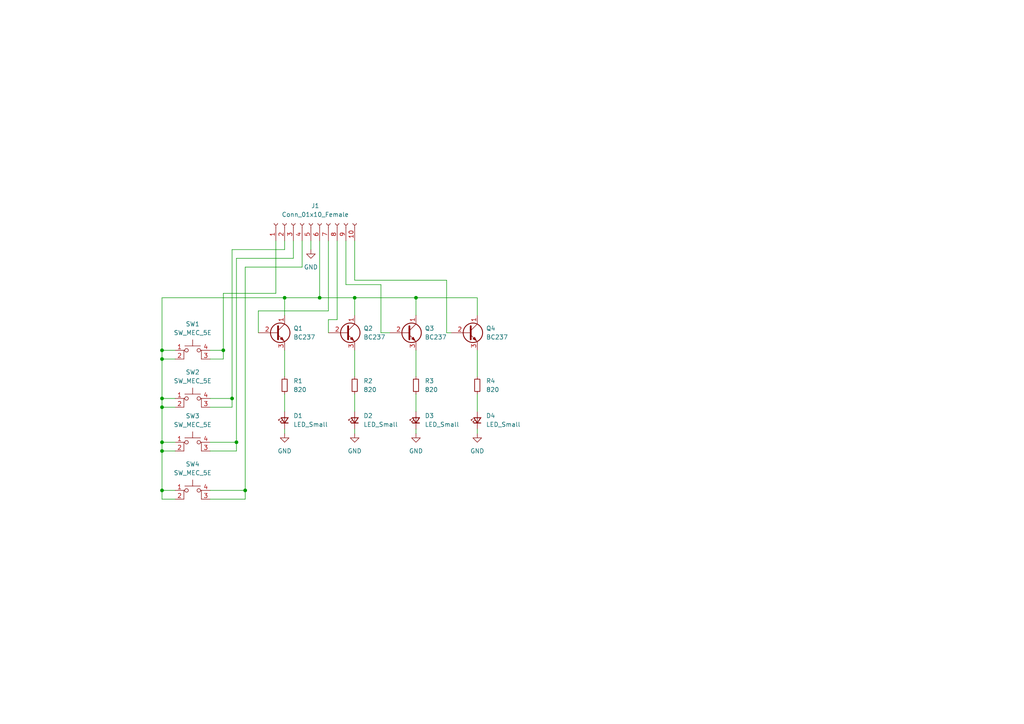
<source format=kicad_sch>
(kicad_sch (version 20211123) (generator eeschema)

  (uuid e63e39d7-6ac0-4ffd-8aa3-1841a4541b55)

  (paper "A4")

  (lib_symbols
    (symbol "Connector:Conn_01x10_Female" (pin_names (offset 1.016) hide) (in_bom yes) (on_board yes)
      (property "Reference" "J" (id 0) (at 0 12.7 0)
        (effects (font (size 1.27 1.27)))
      )
      (property "Value" "Conn_01x10_Female" (id 1) (at 0 -15.24 0)
        (effects (font (size 1.27 1.27)))
      )
      (property "Footprint" "" (id 2) (at 0 0 0)
        (effects (font (size 1.27 1.27)) hide)
      )
      (property "Datasheet" "~" (id 3) (at 0 0 0)
        (effects (font (size 1.27 1.27)) hide)
      )
      (property "ki_keywords" "connector" (id 4) (at 0 0 0)
        (effects (font (size 1.27 1.27)) hide)
      )
      (property "ki_description" "Generic connector, single row, 01x10, script generated (kicad-library-utils/schlib/autogen/connector/)" (id 5) (at 0 0 0)
        (effects (font (size 1.27 1.27)) hide)
      )
      (property "ki_fp_filters" "Connector*:*_1x??_*" (id 6) (at 0 0 0)
        (effects (font (size 1.27 1.27)) hide)
      )
      (symbol "Conn_01x10_Female_1_1"
        (arc (start 0 -12.192) (mid -0.508 -12.7) (end 0 -13.208)
          (stroke (width 0.1524) (type default) (color 0 0 0 0))
          (fill (type none))
        )
        (arc (start 0 -9.652) (mid -0.508 -10.16) (end 0 -10.668)
          (stroke (width 0.1524) (type default) (color 0 0 0 0))
          (fill (type none))
        )
        (arc (start 0 -7.112) (mid -0.508 -7.62) (end 0 -8.128)
          (stroke (width 0.1524) (type default) (color 0 0 0 0))
          (fill (type none))
        )
        (arc (start 0 -4.572) (mid -0.508 -5.08) (end 0 -5.588)
          (stroke (width 0.1524) (type default) (color 0 0 0 0))
          (fill (type none))
        )
        (arc (start 0 -2.032) (mid -0.508 -2.54) (end 0 -3.048)
          (stroke (width 0.1524) (type default) (color 0 0 0 0))
          (fill (type none))
        )
        (polyline
          (pts
            (xy -1.27 -12.7)
            (xy -0.508 -12.7)
          )
          (stroke (width 0.1524) (type default) (color 0 0 0 0))
          (fill (type none))
        )
        (polyline
          (pts
            (xy -1.27 -10.16)
            (xy -0.508 -10.16)
          )
          (stroke (width 0.1524) (type default) (color 0 0 0 0))
          (fill (type none))
        )
        (polyline
          (pts
            (xy -1.27 -7.62)
            (xy -0.508 -7.62)
          )
          (stroke (width 0.1524) (type default) (color 0 0 0 0))
          (fill (type none))
        )
        (polyline
          (pts
            (xy -1.27 -5.08)
            (xy -0.508 -5.08)
          )
          (stroke (width 0.1524) (type default) (color 0 0 0 0))
          (fill (type none))
        )
        (polyline
          (pts
            (xy -1.27 -2.54)
            (xy -0.508 -2.54)
          )
          (stroke (width 0.1524) (type default) (color 0 0 0 0))
          (fill (type none))
        )
        (polyline
          (pts
            (xy -1.27 0)
            (xy -0.508 0)
          )
          (stroke (width 0.1524) (type default) (color 0 0 0 0))
          (fill (type none))
        )
        (polyline
          (pts
            (xy -1.27 2.54)
            (xy -0.508 2.54)
          )
          (stroke (width 0.1524) (type default) (color 0 0 0 0))
          (fill (type none))
        )
        (polyline
          (pts
            (xy -1.27 5.08)
            (xy -0.508 5.08)
          )
          (stroke (width 0.1524) (type default) (color 0 0 0 0))
          (fill (type none))
        )
        (polyline
          (pts
            (xy -1.27 7.62)
            (xy -0.508 7.62)
          )
          (stroke (width 0.1524) (type default) (color 0 0 0 0))
          (fill (type none))
        )
        (polyline
          (pts
            (xy -1.27 10.16)
            (xy -0.508 10.16)
          )
          (stroke (width 0.1524) (type default) (color 0 0 0 0))
          (fill (type none))
        )
        (arc (start 0 0.508) (mid -0.508 0) (end 0 -0.508)
          (stroke (width 0.1524) (type default) (color 0 0 0 0))
          (fill (type none))
        )
        (arc (start 0 3.048) (mid -0.508 2.54) (end 0 2.032)
          (stroke (width 0.1524) (type default) (color 0 0 0 0))
          (fill (type none))
        )
        (arc (start 0 5.588) (mid -0.508 5.08) (end 0 4.572)
          (stroke (width 0.1524) (type default) (color 0 0 0 0))
          (fill (type none))
        )
        (arc (start 0 8.128) (mid -0.508 7.62) (end 0 7.112)
          (stroke (width 0.1524) (type default) (color 0 0 0 0))
          (fill (type none))
        )
        (arc (start 0 10.668) (mid -0.508 10.16) (end 0 9.652)
          (stroke (width 0.1524) (type default) (color 0 0 0 0))
          (fill (type none))
        )
        (pin passive line (at -5.08 10.16 0) (length 3.81)
          (name "Pin_1" (effects (font (size 1.27 1.27))))
          (number "1" (effects (font (size 1.27 1.27))))
        )
        (pin passive line (at -5.08 -12.7 0) (length 3.81)
          (name "Pin_10" (effects (font (size 1.27 1.27))))
          (number "10" (effects (font (size 1.27 1.27))))
        )
        (pin passive line (at -5.08 7.62 0) (length 3.81)
          (name "Pin_2" (effects (font (size 1.27 1.27))))
          (number "2" (effects (font (size 1.27 1.27))))
        )
        (pin passive line (at -5.08 5.08 0) (length 3.81)
          (name "Pin_3" (effects (font (size 1.27 1.27))))
          (number "3" (effects (font (size 1.27 1.27))))
        )
        (pin passive line (at -5.08 2.54 0) (length 3.81)
          (name "Pin_4" (effects (font (size 1.27 1.27))))
          (number "4" (effects (font (size 1.27 1.27))))
        )
        (pin passive line (at -5.08 0 0) (length 3.81)
          (name "Pin_5" (effects (font (size 1.27 1.27))))
          (number "5" (effects (font (size 1.27 1.27))))
        )
        (pin passive line (at -5.08 -2.54 0) (length 3.81)
          (name "Pin_6" (effects (font (size 1.27 1.27))))
          (number "6" (effects (font (size 1.27 1.27))))
        )
        (pin passive line (at -5.08 -5.08 0) (length 3.81)
          (name "Pin_7" (effects (font (size 1.27 1.27))))
          (number "7" (effects (font (size 1.27 1.27))))
        )
        (pin passive line (at -5.08 -7.62 0) (length 3.81)
          (name "Pin_8" (effects (font (size 1.27 1.27))))
          (number "8" (effects (font (size 1.27 1.27))))
        )
        (pin passive line (at -5.08 -10.16 0) (length 3.81)
          (name "Pin_9" (effects (font (size 1.27 1.27))))
          (number "9" (effects (font (size 1.27 1.27))))
        )
      )
    )
    (symbol "Device:LED_Small" (pin_numbers hide) (pin_names (offset 0.254) hide) (in_bom yes) (on_board yes)
      (property "Reference" "D" (id 0) (at -1.27 3.175 0)
        (effects (font (size 1.27 1.27)) (justify left))
      )
      (property "Value" "LED_Small" (id 1) (at -4.445 -2.54 0)
        (effects (font (size 1.27 1.27)) (justify left))
      )
      (property "Footprint" "" (id 2) (at 0 0 90)
        (effects (font (size 1.27 1.27)) hide)
      )
      (property "Datasheet" "~" (id 3) (at 0 0 90)
        (effects (font (size 1.27 1.27)) hide)
      )
      (property "ki_keywords" "LED diode light-emitting-diode" (id 4) (at 0 0 0)
        (effects (font (size 1.27 1.27)) hide)
      )
      (property "ki_description" "Light emitting diode, small symbol" (id 5) (at 0 0 0)
        (effects (font (size 1.27 1.27)) hide)
      )
      (property "ki_fp_filters" "LED* LED_SMD:* LED_THT:*" (id 6) (at 0 0 0)
        (effects (font (size 1.27 1.27)) hide)
      )
      (symbol "LED_Small_0_1"
        (polyline
          (pts
            (xy -0.762 -1.016)
            (xy -0.762 1.016)
          )
          (stroke (width 0.254) (type default) (color 0 0 0 0))
          (fill (type none))
        )
        (polyline
          (pts
            (xy 1.016 0)
            (xy -0.762 0)
          )
          (stroke (width 0) (type default) (color 0 0 0 0))
          (fill (type none))
        )
        (polyline
          (pts
            (xy 0.762 -1.016)
            (xy -0.762 0)
            (xy 0.762 1.016)
            (xy 0.762 -1.016)
          )
          (stroke (width 0.254) (type default) (color 0 0 0 0))
          (fill (type none))
        )
        (polyline
          (pts
            (xy 0 0.762)
            (xy -0.508 1.27)
            (xy -0.254 1.27)
            (xy -0.508 1.27)
            (xy -0.508 1.016)
          )
          (stroke (width 0) (type default) (color 0 0 0 0))
          (fill (type none))
        )
        (polyline
          (pts
            (xy 0.508 1.27)
            (xy 0 1.778)
            (xy 0.254 1.778)
            (xy 0 1.778)
            (xy 0 1.524)
          )
          (stroke (width 0) (type default) (color 0 0 0 0))
          (fill (type none))
        )
      )
      (symbol "LED_Small_1_1"
        (pin passive line (at -2.54 0 0) (length 1.778)
          (name "K" (effects (font (size 1.27 1.27))))
          (number "1" (effects (font (size 1.27 1.27))))
        )
        (pin passive line (at 2.54 0 180) (length 1.778)
          (name "A" (effects (font (size 1.27 1.27))))
          (number "2" (effects (font (size 1.27 1.27))))
        )
      )
    )
    (symbol "Device:R_Small" (pin_numbers hide) (pin_names (offset 0.254) hide) (in_bom yes) (on_board yes)
      (property "Reference" "R" (id 0) (at 0.762 0.508 0)
        (effects (font (size 1.27 1.27)) (justify left))
      )
      (property "Value" "R_Small" (id 1) (at 0.762 -1.016 0)
        (effects (font (size 1.27 1.27)) (justify left))
      )
      (property "Footprint" "" (id 2) (at 0 0 0)
        (effects (font (size 1.27 1.27)) hide)
      )
      (property "Datasheet" "~" (id 3) (at 0 0 0)
        (effects (font (size 1.27 1.27)) hide)
      )
      (property "ki_keywords" "R resistor" (id 4) (at 0 0 0)
        (effects (font (size 1.27 1.27)) hide)
      )
      (property "ki_description" "Resistor, small symbol" (id 5) (at 0 0 0)
        (effects (font (size 1.27 1.27)) hide)
      )
      (property "ki_fp_filters" "R_*" (id 6) (at 0 0 0)
        (effects (font (size 1.27 1.27)) hide)
      )
      (symbol "R_Small_0_1"
        (rectangle (start -0.762 1.778) (end 0.762 -1.778)
          (stroke (width 0.2032) (type default) (color 0 0 0 0))
          (fill (type none))
        )
      )
      (symbol "R_Small_1_1"
        (pin passive line (at 0 2.54 270) (length 0.762)
          (name "~" (effects (font (size 1.27 1.27))))
          (number "1" (effects (font (size 1.27 1.27))))
        )
        (pin passive line (at 0 -2.54 90) (length 0.762)
          (name "~" (effects (font (size 1.27 1.27))))
          (number "2" (effects (font (size 1.27 1.27))))
        )
      )
    )
    (symbol "Switch:SW_MEC_5E" (pin_names (offset 1.016) hide) (in_bom yes) (on_board yes)
      (property "Reference" "SW" (id 0) (at 0.635 5.715 0)
        (effects (font (size 1.27 1.27)) (justify left))
      )
      (property "Value" "SW_MEC_5E" (id 1) (at 0 -3.175 0)
        (effects (font (size 1.27 1.27)))
      )
      (property "Footprint" "" (id 2) (at 0 7.62 0)
        (effects (font (size 1.27 1.27)) hide)
      )
      (property "Datasheet" "http://www.apem.com/int/index.php?controller=attachment&id_attachment=1371" (id 3) (at 0 7.62 0)
        (effects (font (size 1.27 1.27)) hide)
      )
      (property "ki_keywords" "switch normally-open pushbutton push-button" (id 4) (at 0 0 0)
        (effects (font (size 1.27 1.27)) hide)
      )
      (property "ki_description" "MEC 5E single pole normally-open tactile switch" (id 5) (at 0 0 0)
        (effects (font (size 1.27 1.27)) hide)
      )
      (property "ki_fp_filters" "SW*MEC*5G*" (id 6) (at 0 0 0)
        (effects (font (size 1.27 1.27)) hide)
      )
      (symbol "SW_MEC_5E_0_1"
        (circle (center -1.778 2.54) (radius 0.508)
          (stroke (width 0) (type default) (color 0 0 0 0))
          (fill (type none))
        )
        (polyline
          (pts
            (xy -2.286 3.81)
            (xy 2.286 3.81)
          )
          (stroke (width 0) (type default) (color 0 0 0 0))
          (fill (type none))
        )
        (polyline
          (pts
            (xy 0 3.81)
            (xy 0 5.588)
          )
          (stroke (width 0) (type default) (color 0 0 0 0))
          (fill (type none))
        )
        (polyline
          (pts
            (xy -2.54 0)
            (xy -2.54 2.54)
            (xy -2.286 2.54)
          )
          (stroke (width 0) (type default) (color 0 0 0 0))
          (fill (type none))
        )
        (polyline
          (pts
            (xy 2.54 0)
            (xy 2.54 2.54)
            (xy 2.286 2.54)
          )
          (stroke (width 0) (type default) (color 0 0 0 0))
          (fill (type none))
        )
        (circle (center 1.778 2.54) (radius 0.508)
          (stroke (width 0) (type default) (color 0 0 0 0))
          (fill (type none))
        )
        (pin passive line (at -5.08 2.54 0) (length 2.54)
          (name "1" (effects (font (size 1.27 1.27))))
          (number "1" (effects (font (size 1.27 1.27))))
        )
        (pin passive line (at -5.08 0 0) (length 2.54)
          (name "2" (effects (font (size 1.27 1.27))))
          (number "2" (effects (font (size 1.27 1.27))))
        )
        (pin passive line (at 5.08 0 180) (length 2.54)
          (name "K" (effects (font (size 1.27 1.27))))
          (number "3" (effects (font (size 1.27 1.27))))
        )
        (pin passive line (at 5.08 2.54 180) (length 2.54)
          (name "A" (effects (font (size 1.27 1.27))))
          (number "4" (effects (font (size 1.27 1.27))))
        )
      )
    )
    (symbol "Transistor_BJT:BC237" (pin_names (offset 0) hide) (in_bom yes) (on_board yes)
      (property "Reference" "Q" (id 0) (at 5.08 1.905 0)
        (effects (font (size 1.27 1.27)) (justify left))
      )
      (property "Value" "BC237" (id 1) (at 5.08 0 0)
        (effects (font (size 1.27 1.27)) (justify left))
      )
      (property "Footprint" "Package_TO_SOT_THT:TO-92_Inline" (id 2) (at 5.08 -1.905 0)
        (effects (font (size 1.27 1.27) italic) (justify left) hide)
      )
      (property "Datasheet" "http://www.onsemi.com/pub_link/Collateral/BC237-D.PDF" (id 3) (at 0 0 0)
        (effects (font (size 1.27 1.27)) (justify left) hide)
      )
      (property "ki_keywords" "Epitaxial Silicon NPN Transistor" (id 4) (at 0 0 0)
        (effects (font (size 1.27 1.27)) hide)
      )
      (property "ki_description" "100mA Ic, 50V Vce, Epitaxial Silicon NPN Transistor, TO-92" (id 5) (at 0 0 0)
        (effects (font (size 1.27 1.27)) hide)
      )
      (property "ki_fp_filters" "TO?92*" (id 6) (at 0 0 0)
        (effects (font (size 1.27 1.27)) hide)
      )
      (symbol "BC237_0_1"
        (polyline
          (pts
            (xy 0 0)
            (xy 0.635 0)
          )
          (stroke (width 0) (type default) (color 0 0 0 0))
          (fill (type none))
        )
        (polyline
          (pts
            (xy 0.635 0.635)
            (xy 2.54 2.54)
          )
          (stroke (width 0) (type default) (color 0 0 0 0))
          (fill (type none))
        )
        (polyline
          (pts
            (xy 0.635 -0.635)
            (xy 2.54 -2.54)
            (xy 2.54 -2.54)
          )
          (stroke (width 0) (type default) (color 0 0 0 0))
          (fill (type none))
        )
        (polyline
          (pts
            (xy 0.635 1.905)
            (xy 0.635 -1.905)
            (xy 0.635 -1.905)
          )
          (stroke (width 0.508) (type default) (color 0 0 0 0))
          (fill (type none))
        )
        (polyline
          (pts
            (xy 1.27 -1.778)
            (xy 1.778 -1.27)
            (xy 2.286 -2.286)
            (xy 1.27 -1.778)
            (xy 1.27 -1.778)
          )
          (stroke (width 0) (type default) (color 0 0 0 0))
          (fill (type outline))
        )
        (circle (center 1.27 0) (radius 2.8194)
          (stroke (width 0.254) (type default) (color 0 0 0 0))
          (fill (type none))
        )
      )
      (symbol "BC237_1_1"
        (pin passive line (at 2.54 5.08 270) (length 2.54)
          (name "C" (effects (font (size 1.27 1.27))))
          (number "1" (effects (font (size 1.27 1.27))))
        )
        (pin input line (at -5.08 0 0) (length 5.08)
          (name "B" (effects (font (size 1.27 1.27))))
          (number "2" (effects (font (size 1.27 1.27))))
        )
        (pin passive line (at 2.54 -5.08 90) (length 2.54)
          (name "E" (effects (font (size 1.27 1.27))))
          (number "3" (effects (font (size 1.27 1.27))))
        )
      )
    )
    (symbol "power:GND" (power) (pin_names (offset 0)) (in_bom yes) (on_board yes)
      (property "Reference" "#PWR" (id 0) (at 0 -6.35 0)
        (effects (font (size 1.27 1.27)) hide)
      )
      (property "Value" "GND" (id 1) (at 0 -3.81 0)
        (effects (font (size 1.27 1.27)))
      )
      (property "Footprint" "" (id 2) (at 0 0 0)
        (effects (font (size 1.27 1.27)) hide)
      )
      (property "Datasheet" "" (id 3) (at 0 0 0)
        (effects (font (size 1.27 1.27)) hide)
      )
      (property "ki_keywords" "power-flag" (id 4) (at 0 0 0)
        (effects (font (size 1.27 1.27)) hide)
      )
      (property "ki_description" "Power symbol creates a global label with name \"GND\" , ground" (id 5) (at 0 0 0)
        (effects (font (size 1.27 1.27)) hide)
      )
      (symbol "GND_0_1"
        (polyline
          (pts
            (xy 0 0)
            (xy 0 -1.27)
            (xy 1.27 -1.27)
            (xy 0 -2.54)
            (xy -1.27 -1.27)
            (xy 0 -1.27)
          )
          (stroke (width 0) (type default) (color 0 0 0 0))
          (fill (type none))
        )
      )
      (symbol "GND_1_1"
        (pin power_in line (at 0 0 270) (length 0) hide
          (name "GND" (effects (font (size 1.27 1.27))))
          (number "1" (effects (font (size 1.27 1.27))))
        )
      )
    )
  )

  (junction (at 46.99 128.27) (diameter 0) (color 0 0 0 0)
    (uuid 0460669e-1215-450a-a7ab-80d187153cdb)
  )
  (junction (at 82.55 86.36) (diameter 0) (color 0 0 0 0)
    (uuid 051d7e17-d68e-43f3-ad50-ad70d5fd8215)
  )
  (junction (at 68.58 128.27) (diameter 0) (color 0 0 0 0)
    (uuid 09c41a12-7105-4f5b-ba67-01f5510a9d75)
  )
  (junction (at 46.99 104.14) (diameter 0) (color 0 0 0 0)
    (uuid 1f97b675-1b51-4090-9806-72045df70b15)
  )
  (junction (at 46.99 101.6) (diameter 0) (color 0 0 0 0)
    (uuid 20ee58f3-9ee6-4d18-b650-acd06adbe60c)
  )
  (junction (at 46.99 142.24) (diameter 0) (color 0 0 0 0)
    (uuid 290208aa-0e10-4f1a-a4f9-b028519f5693)
  )
  (junction (at 46.99 118.11) (diameter 0) (color 0 0 0 0)
    (uuid 3255ddf0-7925-4f17-babe-df874f07f89b)
  )
  (junction (at 120.65 86.36) (diameter 0) (color 0 0 0 0)
    (uuid 51e3f2b3-2e94-484d-8430-c0d7019d2c08)
  )
  (junction (at 67.31 115.57) (diameter 0) (color 0 0 0 0)
    (uuid 7ebc02f1-06ab-4001-a115-8c74697192ae)
  )
  (junction (at 46.99 115.57) (diameter 0) (color 0 0 0 0)
    (uuid 9824ed03-0ea0-489d-bef1-f6bb2403197e)
  )
  (junction (at 102.87 86.36) (diameter 0) (color 0 0 0 0)
    (uuid 9ea680e5-7b2b-4074-ad6c-080817711b43)
  )
  (junction (at 92.71 86.36) (diameter 0) (color 0 0 0 0)
    (uuid abf16f09-eee1-444f-8ab5-beba0ac092b5)
  )
  (junction (at 46.99 130.81) (diameter 0) (color 0 0 0 0)
    (uuid b4f3001d-6eec-4e16-ac9d-8c23f4fe6673)
  )
  (junction (at 71.12 142.24) (diameter 0) (color 0 0 0 0)
    (uuid e850f9b6-67ce-4394-a7b1-7455f8cacbdb)
  )
  (junction (at 64.77 101.6) (diameter 0) (color 0 0 0 0)
    (uuid e8e20125-3ed7-4696-8411-95ba32f315d6)
  )

  (wire (pts (xy 60.96 118.11) (xy 67.31 118.11))
    (stroke (width 0) (type default) (color 0 0 0 0))
    (uuid 0145e00b-171e-43d9-b06d-fee0a2f04f39)
  )
  (wire (pts (xy 71.12 142.24) (xy 71.12 144.78))
    (stroke (width 0) (type default) (color 0 0 0 0))
    (uuid 02e87dc1-92ea-4c84-8787-f48b18218b7a)
  )
  (wire (pts (xy 68.58 130.81) (xy 68.58 128.27))
    (stroke (width 0) (type default) (color 0 0 0 0))
    (uuid 03133b52-4c75-4a2b-a5da-286e63de596a)
  )
  (wire (pts (xy 102.87 81.28) (xy 129.54 81.28))
    (stroke (width 0) (type default) (color 0 0 0 0))
    (uuid 10f13d83-0cb6-4c7e-89a5-5d4bebe7feae)
  )
  (wire (pts (xy 138.43 124.46) (xy 138.43 125.73))
    (stroke (width 0) (type default) (color 0 0 0 0))
    (uuid 146e5c0b-7286-416d-84ca-8cf372a98933)
  )
  (wire (pts (xy 95.25 69.85) (xy 95.25 90.17))
    (stroke (width 0) (type default) (color 0 0 0 0))
    (uuid 1f2dca35-38b0-46e7-912c-b012db36e137)
  )
  (wire (pts (xy 46.99 115.57) (xy 46.99 118.11))
    (stroke (width 0) (type default) (color 0 0 0 0))
    (uuid 23ea067f-42cd-4ee6-85f3-bf6d680d7cda)
  )
  (wire (pts (xy 113.03 96.52) (xy 110.49 96.52))
    (stroke (width 0) (type default) (color 0 0 0 0))
    (uuid 2582ad59-0b6d-4f54-b398-b0193b524c3c)
  )
  (wire (pts (xy 60.96 104.14) (xy 64.77 104.14))
    (stroke (width 0) (type default) (color 0 0 0 0))
    (uuid 2c2af2fb-b8c0-4aa5-958a-d8c316415053)
  )
  (wire (pts (xy 110.49 82.55) (xy 100.33 82.55))
    (stroke (width 0) (type default) (color 0 0 0 0))
    (uuid 2c53a12e-2752-45f7-86f7-dd5d3e1cefcf)
  )
  (wire (pts (xy 80.01 85.09) (xy 64.77 85.09))
    (stroke (width 0) (type default) (color 0 0 0 0))
    (uuid 309c240a-1a9a-4119-aed2-98a09bdf9888)
  )
  (wire (pts (xy 60.96 128.27) (xy 68.58 128.27))
    (stroke (width 0) (type default) (color 0 0 0 0))
    (uuid 3137c0a8-11ee-48ab-83c7-93869a4d04ea)
  )
  (wire (pts (xy 82.55 101.6) (xy 82.55 109.22))
    (stroke (width 0) (type default) (color 0 0 0 0))
    (uuid 33e55bc9-1dc8-4450-a4b2-e6228bd029b3)
  )
  (wire (pts (xy 60.96 115.57) (xy 67.31 115.57))
    (stroke (width 0) (type default) (color 0 0 0 0))
    (uuid 3490c1ad-fd22-4c39-a709-168dd139d4e6)
  )
  (wire (pts (xy 102.87 124.46) (xy 102.87 125.73))
    (stroke (width 0) (type default) (color 0 0 0 0))
    (uuid 396feca9-25f6-487a-92ba-f0e1f8c5d520)
  )
  (wire (pts (xy 46.99 128.27) (xy 50.8 128.27))
    (stroke (width 0) (type default) (color 0 0 0 0))
    (uuid 3fa4f8a0-238c-4a8a-9c2a-ec3ad6b565c1)
  )
  (wire (pts (xy 64.77 101.6) (xy 60.96 101.6))
    (stroke (width 0) (type default) (color 0 0 0 0))
    (uuid 439d0cc8-dbad-4ce5-b933-6c6c963b16a6)
  )
  (wire (pts (xy 92.71 69.85) (xy 92.71 86.36))
    (stroke (width 0) (type default) (color 0 0 0 0))
    (uuid 442a068c-0c5a-4b42-8a3e-9ba01b116253)
  )
  (wire (pts (xy 46.99 104.14) (xy 50.8 104.14))
    (stroke (width 0) (type default) (color 0 0 0 0))
    (uuid 4636dc74-6b19-49b9-9de0-57f1d1a27995)
  )
  (wire (pts (xy 46.99 128.27) (xy 46.99 130.81))
    (stroke (width 0) (type default) (color 0 0 0 0))
    (uuid 4855be18-01bb-4edd-888e-e52ae8c48a9b)
  )
  (wire (pts (xy 85.09 69.85) (xy 85.09 74.93))
    (stroke (width 0) (type default) (color 0 0 0 0))
    (uuid 4915eb2b-bcdb-40ac-a3e1-e5a3654be8d4)
  )
  (wire (pts (xy 97.79 69.85) (xy 97.79 92.71))
    (stroke (width 0) (type default) (color 0 0 0 0))
    (uuid 4ddcf6b9-fab3-458a-ba6a-f6692afff192)
  )
  (wire (pts (xy 138.43 114.3) (xy 138.43 119.38))
    (stroke (width 0) (type default) (color 0 0 0 0))
    (uuid 4e910435-4332-48d2-b5ae-3720468cdb1c)
  )
  (wire (pts (xy 67.31 72.39) (xy 82.55 72.39))
    (stroke (width 0) (type default) (color 0 0 0 0))
    (uuid 4ef2066d-bd72-473f-abe5-6bbba67b2aa2)
  )
  (wire (pts (xy 74.93 96.52) (xy 74.93 90.17))
    (stroke (width 0) (type default) (color 0 0 0 0))
    (uuid 504dbc3f-4768-421e-9169-21e48e10ea2b)
  )
  (wire (pts (xy 100.33 82.55) (xy 100.33 69.85))
    (stroke (width 0) (type default) (color 0 0 0 0))
    (uuid 50fd0d9e-f456-471d-8144-f18ffd98e314)
  )
  (wire (pts (xy 120.65 86.36) (xy 102.87 86.36))
    (stroke (width 0) (type default) (color 0 0 0 0))
    (uuid 536762f2-661e-4e3c-b34d-68d73eb7f0a0)
  )
  (wire (pts (xy 102.87 86.36) (xy 92.71 86.36))
    (stroke (width 0) (type default) (color 0 0 0 0))
    (uuid 56109039-fe72-4e09-a08e-9bfedddf11f0)
  )
  (wire (pts (xy 120.65 101.6) (xy 120.65 109.22))
    (stroke (width 0) (type default) (color 0 0 0 0))
    (uuid 5671bdf8-5ef5-4ed5-9232-aa164db62ba9)
  )
  (wire (pts (xy 138.43 91.44) (xy 138.43 86.36))
    (stroke (width 0) (type default) (color 0 0 0 0))
    (uuid 57cacc62-cf9f-491b-8bbb-b309994533fe)
  )
  (wire (pts (xy 74.93 90.17) (xy 95.25 90.17))
    (stroke (width 0) (type default) (color 0 0 0 0))
    (uuid 61af9a76-39f7-409a-9f75-a0e5bbd17d47)
  )
  (wire (pts (xy 46.99 142.24) (xy 50.8 142.24))
    (stroke (width 0) (type default) (color 0 0 0 0))
    (uuid 62656f08-78ab-42c1-9b0e-309545d0a6fa)
  )
  (wire (pts (xy 82.55 124.46) (xy 82.55 125.73))
    (stroke (width 0) (type default) (color 0 0 0 0))
    (uuid 6462dbd7-fd60-4351-824e-704d12a8f6fc)
  )
  (wire (pts (xy 68.58 74.93) (xy 85.09 74.93))
    (stroke (width 0) (type default) (color 0 0 0 0))
    (uuid 649f3c3d-a4e5-40da-bb6b-181371b36485)
  )
  (wire (pts (xy 102.87 114.3) (xy 102.87 119.38))
    (stroke (width 0) (type default) (color 0 0 0 0))
    (uuid 68b53f7d-3d14-4aa6-a70f-6bcbb672bf56)
  )
  (wire (pts (xy 87.63 69.85) (xy 87.63 77.47))
    (stroke (width 0) (type default) (color 0 0 0 0))
    (uuid 68fe6fed-79af-4f6e-9e54-d47049353887)
  )
  (wire (pts (xy 46.99 86.36) (xy 46.99 101.6))
    (stroke (width 0) (type default) (color 0 0 0 0))
    (uuid 6f838502-a29f-48b8-8c46-89e374a5d02a)
  )
  (wire (pts (xy 87.63 77.47) (xy 71.12 77.47))
    (stroke (width 0) (type default) (color 0 0 0 0))
    (uuid 7033b147-8827-447d-be92-4f386ffde0f2)
  )
  (wire (pts (xy 64.77 85.09) (xy 64.77 101.6))
    (stroke (width 0) (type default) (color 0 0 0 0))
    (uuid 7229cc50-f10b-4a44-9d4e-1843bfd854a9)
  )
  (wire (pts (xy 90.17 69.85) (xy 90.17 72.39))
    (stroke (width 0) (type default) (color 0 0 0 0))
    (uuid 7d1889dc-1cee-42c6-aaec-d3159c457242)
  )
  (wire (pts (xy 120.65 86.36) (xy 120.65 91.44))
    (stroke (width 0) (type default) (color 0 0 0 0))
    (uuid 851bef22-e22d-4b87-8c4b-c7ab4e8f6f86)
  )
  (wire (pts (xy 46.99 118.11) (xy 46.99 128.27))
    (stroke (width 0) (type default) (color 0 0 0 0))
    (uuid 8da45f36-100c-45b1-bcbb-45adb9c103fe)
  )
  (wire (pts (xy 82.55 86.36) (xy 46.99 86.36))
    (stroke (width 0) (type default) (color 0 0 0 0))
    (uuid 8f83d9b5-3916-442e-a083-bd152f41a4ed)
  )
  (wire (pts (xy 82.55 114.3) (xy 82.55 119.38))
    (stroke (width 0) (type default) (color 0 0 0 0))
    (uuid 907e7cf5-edb9-462f-8abd-e1ec7444bef4)
  )
  (wire (pts (xy 82.55 69.85) (xy 82.55 72.39))
    (stroke (width 0) (type default) (color 0 0 0 0))
    (uuid 94b179d6-cace-41c1-86d1-c64ce4de0da1)
  )
  (wire (pts (xy 46.99 118.11) (xy 50.8 118.11))
    (stroke (width 0) (type default) (color 0 0 0 0))
    (uuid 960a2a59-07db-4c30-b646-58c3af9e474b)
  )
  (wire (pts (xy 95.25 96.52) (xy 95.25 92.71))
    (stroke (width 0) (type default) (color 0 0 0 0))
    (uuid 96de3ce0-82aa-4441-b16e-95ee3dc2a195)
  )
  (wire (pts (xy 60.96 130.81) (xy 68.58 130.81))
    (stroke (width 0) (type default) (color 0 0 0 0))
    (uuid a3d30bdf-c68b-4ea0-97c2-1ef75d6f7f78)
  )
  (wire (pts (xy 102.87 101.6) (xy 102.87 109.22))
    (stroke (width 0) (type default) (color 0 0 0 0))
    (uuid a783faaa-e385-4485-9bbe-80eca425b73f)
  )
  (wire (pts (xy 120.65 114.3) (xy 120.65 119.38))
    (stroke (width 0) (type default) (color 0 0 0 0))
    (uuid a8154d9c-1b06-4e72-a2b3-462e2400566a)
  )
  (wire (pts (xy 71.12 77.47) (xy 71.12 142.24))
    (stroke (width 0) (type default) (color 0 0 0 0))
    (uuid a9113c66-602d-470b-b24f-4d1784f6a5e0)
  )
  (wire (pts (xy 60.96 142.24) (xy 71.12 142.24))
    (stroke (width 0) (type default) (color 0 0 0 0))
    (uuid ab5f89c3-a703-4db0-bbd4-60c490197863)
  )
  (wire (pts (xy 46.99 130.81) (xy 46.99 142.24))
    (stroke (width 0) (type default) (color 0 0 0 0))
    (uuid b115e233-2e4d-4640-b286-6234dd4d0bf2)
  )
  (wire (pts (xy 60.96 144.78) (xy 71.12 144.78))
    (stroke (width 0) (type default) (color 0 0 0 0))
    (uuid b5a7058d-560a-46fd-a7e7-c9b8ac181327)
  )
  (wire (pts (xy 129.54 96.52) (xy 130.81 96.52))
    (stroke (width 0) (type default) (color 0 0 0 0))
    (uuid b5e49f65-be6b-4bf9-b7f1-a33db442fe98)
  )
  (wire (pts (xy 95.25 92.71) (xy 97.79 92.71))
    (stroke (width 0) (type default) (color 0 0 0 0))
    (uuid b8760fff-a1dd-4d2d-b162-b48d06afdf30)
  )
  (wire (pts (xy 120.65 124.46) (xy 120.65 125.73))
    (stroke (width 0) (type default) (color 0 0 0 0))
    (uuid b906ebe9-c24a-46a5-88f9-eef63574a2de)
  )
  (wire (pts (xy 110.49 96.52) (xy 110.49 82.55))
    (stroke (width 0) (type default) (color 0 0 0 0))
    (uuid b9cf6d8e-3ab7-4d68-9e32-fe2997d8bf79)
  )
  (wire (pts (xy 80.01 69.85) (xy 80.01 85.09))
    (stroke (width 0) (type default) (color 0 0 0 0))
    (uuid c1d41cd7-7bd7-471c-a802-08244093a99b)
  )
  (wire (pts (xy 129.54 81.28) (xy 129.54 96.52))
    (stroke (width 0) (type default) (color 0 0 0 0))
    (uuid c1fe46fc-8ec2-453c-bf68-750cb62ce75a)
  )
  (wire (pts (xy 82.55 86.36) (xy 82.55 91.44))
    (stroke (width 0) (type default) (color 0 0 0 0))
    (uuid c46700cb-8650-4446-aae2-40ac13fc1170)
  )
  (wire (pts (xy 67.31 118.11) (xy 67.31 115.57))
    (stroke (width 0) (type default) (color 0 0 0 0))
    (uuid c4be7a7c-ede5-4bc8-8e6c-1c02d16ca5d3)
  )
  (wire (pts (xy 46.99 101.6) (xy 50.8 101.6))
    (stroke (width 0) (type default) (color 0 0 0 0))
    (uuid c5ef056d-274a-4928-9b9e-a913df1b4486)
  )
  (wire (pts (xy 92.71 86.36) (xy 82.55 86.36))
    (stroke (width 0) (type default) (color 0 0 0 0))
    (uuid cb329f43-7870-4611-a939-deb5a4bc75d1)
  )
  (wire (pts (xy 46.99 101.6) (xy 46.99 104.14))
    (stroke (width 0) (type default) (color 0 0 0 0))
    (uuid d3cc3ccc-c51d-466f-b578-e6ab6831e7f6)
  )
  (wire (pts (xy 46.99 104.14) (xy 46.99 115.57))
    (stroke (width 0) (type default) (color 0 0 0 0))
    (uuid d49979b8-f8c0-4b71-b019-93209c4e779c)
  )
  (wire (pts (xy 102.87 69.85) (xy 102.87 81.28))
    (stroke (width 0) (type default) (color 0 0 0 0))
    (uuid dbff1989-48f0-4f80-9257-7e6e245c45a1)
  )
  (wire (pts (xy 138.43 101.6) (xy 138.43 109.22))
    (stroke (width 0) (type default) (color 0 0 0 0))
    (uuid e10a239d-befe-46bc-9e52-0462edf795ca)
  )
  (wire (pts (xy 46.99 142.24) (xy 46.99 144.78))
    (stroke (width 0) (type default) (color 0 0 0 0))
    (uuid e3594b02-023a-480f-b6b1-57e620c0ef65)
  )
  (wire (pts (xy 46.99 144.78) (xy 50.8 144.78))
    (stroke (width 0) (type default) (color 0 0 0 0))
    (uuid e4deb2aa-5602-4d24-baee-8301e95df3c1)
  )
  (wire (pts (xy 138.43 86.36) (xy 120.65 86.36))
    (stroke (width 0) (type default) (color 0 0 0 0))
    (uuid e6f54089-edbd-4192-8b03-c17afaf9aa51)
  )
  (wire (pts (xy 46.99 130.81) (xy 50.8 130.81))
    (stroke (width 0) (type default) (color 0 0 0 0))
    (uuid e7118cdb-ecf4-4e5e-8c81-b7103b6669f1)
  )
  (wire (pts (xy 64.77 101.6) (xy 64.77 104.14))
    (stroke (width 0) (type default) (color 0 0 0 0))
    (uuid e81effbc-571d-46ee-a7df-e7329d12d1d9)
  )
  (wire (pts (xy 67.31 115.57) (xy 67.31 72.39))
    (stroke (width 0) (type default) (color 0 0 0 0))
    (uuid f59fcb2d-9f07-43c8-acd8-7709bc19ad9d)
  )
  (wire (pts (xy 102.87 86.36) (xy 102.87 91.44))
    (stroke (width 0) (type default) (color 0 0 0 0))
    (uuid f5a22a68-b2a1-4c98-bde4-68bae05e99a3)
  )
  (wire (pts (xy 68.58 128.27) (xy 68.58 74.93))
    (stroke (width 0) (type default) (color 0 0 0 0))
    (uuid f6661887-cf0e-4db1-8f7b-e7f30359b22c)
  )
  (wire (pts (xy 46.99 115.57) (xy 50.8 115.57))
    (stroke (width 0) (type default) (color 0 0 0 0))
    (uuid ffe15c22-6549-4880-ae32-c2e96a1323c9)
  )

  (symbol (lib_id "Device:R_Small") (at 120.65 111.76 0) (unit 1)
    (in_bom yes) (on_board yes) (fields_autoplaced)
    (uuid 10f08cf5-bfe7-4d14-8ac9-5f0e5443f3b1)
    (property "Reference" "R3" (id 0) (at 123.19 110.4899 0)
      (effects (font (size 1.27 1.27)) (justify left))
    )
    (property "Value" "820" (id 1) (at 123.19 113.0299 0)
      (effects (font (size 1.27 1.27)) (justify left))
    )
    (property "Footprint" "Resistor_THT:R_Axial_DIN0309_L9.0mm_D3.2mm_P15.24mm_Horizontal" (id 2) (at 120.65 111.76 0)
      (effects (font (size 1.27 1.27)) hide)
    )
    (property "Datasheet" "~" (id 3) (at 120.65 111.76 0)
      (effects (font (size 1.27 1.27)) hide)
    )
    (pin "1" (uuid d0923c7e-2382-4dc2-b2aa-27bf694de74c))
    (pin "2" (uuid 00f9f5d0-6133-453f-b026-b40fff95b833))
  )

  (symbol (lib_id "Switch:SW_MEC_5E") (at 55.88 104.14 0) (unit 1)
    (in_bom yes) (on_board yes) (fields_autoplaced)
    (uuid 11e84562-4168-4539-b124-fa62cefd6023)
    (property "Reference" "SW1" (id 0) (at 55.88 93.98 0))
    (property "Value" "" (id 1) (at 55.88 96.52 0))
    (property "Footprint" "" (id 2) (at 55.88 96.52 0)
      (effects (font (size 1.27 1.27)) hide)
    )
    (property "Datasheet" "http://www.apem.com/int/index.php?controller=attachment&id_attachment=1371" (id 3) (at 55.88 96.52 0)
      (effects (font (size 1.27 1.27)) hide)
    )
    (pin "1" (uuid 6c5f257f-dba0-49ff-818a-94641b745876))
    (pin "2" (uuid ef51adb2-ff9e-4002-a0aa-e8b44dda867d))
    (pin "3" (uuid b3ac9cd2-e7f8-45f7-85ca-e4866d286e05))
    (pin "4" (uuid 0d8feab3-7b5b-4b0d-86b2-bba6273673d3))
  )

  (symbol (lib_id "Switch:SW_MEC_5E") (at 55.88 118.11 0) (unit 1)
    (in_bom yes) (on_board yes) (fields_autoplaced)
    (uuid 16fb22f2-6f57-417c-be77-da29b6a4219c)
    (property "Reference" "SW2" (id 0) (at 55.88 107.95 0))
    (property "Value" "" (id 1) (at 55.88 110.49 0))
    (property "Footprint" "" (id 2) (at 55.88 110.49 0)
      (effects (font (size 1.27 1.27)) hide)
    )
    (property "Datasheet" "http://www.apem.com/int/index.php?controller=attachment&id_attachment=1371" (id 3) (at 55.88 110.49 0)
      (effects (font (size 1.27 1.27)) hide)
    )
    (pin "1" (uuid 729dce93-bddb-4d12-bd49-74a7285a6a73))
    (pin "2" (uuid dbff4151-058e-4d6c-9d39-9b8eb61a2499))
    (pin "3" (uuid 6ef73cc9-c395-4f63-a5ed-be86b570326c))
    (pin "4" (uuid c607d089-c3ec-42d8-84a4-db012f72ea04))
  )

  (symbol (lib_id "Device:LED_Small") (at 82.55 121.92 90) (unit 1)
    (in_bom yes) (on_board yes) (fields_autoplaced)
    (uuid 24eff49c-bd8f-4b46-ac8e-1e6a98d4d952)
    (property "Reference" "D1" (id 0) (at 85.09 120.5864 90)
      (effects (font (size 1.27 1.27)) (justify right))
    )
    (property "Value" "LED_Small" (id 1) (at 85.09 123.1264 90)
      (effects (font (size 1.27 1.27)) (justify right))
    )
    (property "Footprint" "LED_THT:LED_D5.0mm_Clear" (id 2) (at 82.55 121.92 90)
      (effects (font (size 1.27 1.27)) hide)
    )
    (property "Datasheet" "~" (id 3) (at 82.55 121.92 90)
      (effects (font (size 1.27 1.27)) hide)
    )
    (pin "1" (uuid 56fc849c-b296-4403-9bb4-03c6bcf87048))
    (pin "2" (uuid f341cc8d-f0b2-4738-917e-2a4bc6c6fbcd))
  )

  (symbol (lib_id "Device:LED_Small") (at 120.65 121.92 90) (unit 1)
    (in_bom yes) (on_board yes) (fields_autoplaced)
    (uuid 2ecef960-da4c-42cf-a72e-4a7cf3691990)
    (property "Reference" "D3" (id 0) (at 123.19 120.5864 90)
      (effects (font (size 1.27 1.27)) (justify right))
    )
    (property "Value" "LED_Small" (id 1) (at 123.19 123.1264 90)
      (effects (font (size 1.27 1.27)) (justify right))
    )
    (property "Footprint" "LED_THT:LED_D5.0mm_Clear" (id 2) (at 120.65 121.92 90)
      (effects (font (size 1.27 1.27)) hide)
    )
    (property "Datasheet" "~" (id 3) (at 120.65 121.92 90)
      (effects (font (size 1.27 1.27)) hide)
    )
    (pin "1" (uuid 4500c442-7b89-475a-95ec-430a7c766954))
    (pin "2" (uuid 0ad88b14-75ca-4fe9-9bb6-f5d58fe3e7f9))
  )

  (symbol (lib_id "Device:LED_Small") (at 138.43 121.92 90) (unit 1)
    (in_bom yes) (on_board yes) (fields_autoplaced)
    (uuid 30a7e7cf-ec2e-441d-9689-e20ca3cd3546)
    (property "Reference" "D4" (id 0) (at 140.97 120.5864 90)
      (effects (font (size 1.27 1.27)) (justify right))
    )
    (property "Value" "LED_Small" (id 1) (at 140.97 123.1264 90)
      (effects (font (size 1.27 1.27)) (justify right))
    )
    (property "Footprint" "LED_THT:LED_D5.0mm_Clear" (id 2) (at 138.43 121.92 90)
      (effects (font (size 1.27 1.27)) hide)
    )
    (property "Datasheet" "~" (id 3) (at 138.43 121.92 90)
      (effects (font (size 1.27 1.27)) hide)
    )
    (pin "1" (uuid e1671fc6-5fe7-445e-99c8-dfb3e26931be))
    (pin "2" (uuid 30b242c6-0c09-4e9f-bf0a-fd00b24928b9))
  )

  (symbol (lib_id "Transistor_BJT:BC237") (at 80.01 96.52 0) (unit 1)
    (in_bom yes) (on_board yes) (fields_autoplaced)
    (uuid 378af8b4-af3d-46e7-89ae-deff12ca9067)
    (property "Reference" "Q1" (id 0) (at 85.09 95.2499 0)
      (effects (font (size 1.27 1.27)) (justify left))
    )
    (property "Value" "BC237" (id 1) (at 85.09 97.7899 0)
      (effects (font (size 1.27 1.27)) (justify left))
    )
    (property "Footprint" "Tranzystory:TO-92" (id 2) (at 85.09 98.425 0)
      (effects (font (size 1.27 1.27) italic) (justify left) hide)
    )
    (property "Datasheet" "http://www.onsemi.com/pub_link/Collateral/BC237-D.PDF" (id 3) (at 80.01 96.52 0)
      (effects (font (size 1.27 1.27)) (justify left) hide)
    )
    (pin "1" (uuid 9f8381e9-3077-4453-a480-a01ad9c1a940))
    (pin "2" (uuid 911bdcbe-493f-4e21-a506-7cbc636e2c17))
    (pin "3" (uuid 6d26d68f-1ca7-4ff3-b058-272f1c399047))
  )

  (symbol (lib_id "Device:R_Small") (at 82.55 111.76 0) (unit 1)
    (in_bom yes) (on_board yes) (fields_autoplaced)
    (uuid 3fd06554-7736-44bb-b576-33292fce8434)
    (property "Reference" "R1" (id 0) (at 85.09 110.4899 0)
      (effects (font (size 1.27 1.27)) (justify left))
    )
    (property "Value" "820" (id 1) (at 85.09 113.0299 0)
      (effects (font (size 1.27 1.27)) (justify left))
    )
    (property "Footprint" "Resistor_THT:R_Axial_DIN0309_L9.0mm_D3.2mm_P15.24mm_Horizontal" (id 2) (at 82.55 111.76 0)
      (effects (font (size 1.27 1.27)) hide)
    )
    (property "Datasheet" "~" (id 3) (at 82.55 111.76 0)
      (effects (font (size 1.27 1.27)) hide)
    )
    (pin "1" (uuid e7d3bc72-ba18-4903-bf89-b27934d82d1b))
    (pin "2" (uuid c33f846f-6e6c-4c0f-948a-22eab21412d5))
  )

  (symbol (lib_id "Transistor_BJT:BC237") (at 118.11 96.52 0) (unit 1)
    (in_bom yes) (on_board yes) (fields_autoplaced)
    (uuid 4fff1af1-1b2c-4ddd-8ebf-aaa1cf12600d)
    (property "Reference" "Q3" (id 0) (at 123.19 95.2499 0)
      (effects (font (size 1.27 1.27)) (justify left))
    )
    (property "Value" "BC237" (id 1) (at 123.19 97.7899 0)
      (effects (font (size 1.27 1.27)) (justify left))
    )
    (property "Footprint" "Tranzystory:TO-92" (id 2) (at 123.19 98.425 0)
      (effects (font (size 1.27 1.27) italic) (justify left) hide)
    )
    (property "Datasheet" "http://www.onsemi.com/pub_link/Collateral/BC237-D.PDF" (id 3) (at 118.11 96.52 0)
      (effects (font (size 1.27 1.27)) (justify left) hide)
    )
    (pin "1" (uuid 19cec2a5-b60e-466c-a462-027339cdd498))
    (pin "2" (uuid a0ca6efd-c9af-475a-a623-f71718ecb07a))
    (pin "3" (uuid a95ce777-284a-4f22-8128-95b18ef905fe))
  )

  (symbol (lib_id "power:GND") (at 82.55 125.73 0) (unit 1)
    (in_bom yes) (on_board yes) (fields_autoplaced)
    (uuid 66bd6fd0-3c04-49cc-bc30-c60c0044e6ed)
    (property "Reference" "#PWR0103" (id 0) (at 82.55 132.08 0)
      (effects (font (size 1.27 1.27)) hide)
    )
    (property "Value" "GND" (id 1) (at 82.55 130.81 0))
    (property "Footprint" "" (id 2) (at 82.55 125.73 0)
      (effects (font (size 1.27 1.27)) hide)
    )
    (property "Datasheet" "" (id 3) (at 82.55 125.73 0)
      (effects (font (size 1.27 1.27)) hide)
    )
    (pin "1" (uuid 110b9e4b-22bd-4d49-92a2-b0bf7447ced0))
  )

  (symbol (lib_id "power:GND") (at 90.17 72.39 0) (unit 1)
    (in_bom yes) (on_board yes) (fields_autoplaced)
    (uuid 69d04615-777b-4ac4-beae-4e92793128b3)
    (property "Reference" "#PWR0105" (id 0) (at 90.17 78.74 0)
      (effects (font (size 1.27 1.27)) hide)
    )
    (property "Value" "GND" (id 1) (at 90.17 77.47 0))
    (property "Footprint" "" (id 2) (at 90.17 72.39 0)
      (effects (font (size 1.27 1.27)) hide)
    )
    (property "Datasheet" "" (id 3) (at 90.17 72.39 0)
      (effects (font (size 1.27 1.27)) hide)
    )
    (pin "1" (uuid 6b3ad608-1f2f-4351-af25-87023191cd22))
  )

  (symbol (lib_id "Transistor_BJT:BC237") (at 135.89 96.52 0) (unit 1)
    (in_bom yes) (on_board yes) (fields_autoplaced)
    (uuid 73b04aae-a23e-4dbe-82bb-c66e31df0d3d)
    (property "Reference" "Q4" (id 0) (at 140.97 95.2499 0)
      (effects (font (size 1.27 1.27)) (justify left))
    )
    (property "Value" "BC237" (id 1) (at 140.97 97.7899 0)
      (effects (font (size 1.27 1.27)) (justify left))
    )
    (property "Footprint" "Tranzystory:TO-92" (id 2) (at 140.97 98.425 0)
      (effects (font (size 1.27 1.27) italic) (justify left) hide)
    )
    (property "Datasheet" "http://www.onsemi.com/pub_link/Collateral/BC237-D.PDF" (id 3) (at 135.89 96.52 0)
      (effects (font (size 1.27 1.27)) (justify left) hide)
    )
    (pin "1" (uuid 5732fe89-5269-4719-98b5-f2ef3f341659))
    (pin "2" (uuid d4dfd9e4-ce5c-41c0-b701-8839ef24f026))
    (pin "3" (uuid 94286f16-e2e4-4646-9bba-2737d286be03))
  )

  (symbol (lib_id "Device:R_Small") (at 102.87 111.76 0) (unit 1)
    (in_bom yes) (on_board yes) (fields_autoplaced)
    (uuid b06ecf17-32ed-46ea-9a9b-71be53553a8c)
    (property "Reference" "R2" (id 0) (at 105.41 110.4899 0)
      (effects (font (size 1.27 1.27)) (justify left))
    )
    (property "Value" "820" (id 1) (at 105.41 113.0299 0)
      (effects (font (size 1.27 1.27)) (justify left))
    )
    (property "Footprint" "Resistor_THT:R_Axial_DIN0309_L9.0mm_D3.2mm_P15.24mm_Horizontal" (id 2) (at 102.87 111.76 0)
      (effects (font (size 1.27 1.27)) hide)
    )
    (property "Datasheet" "~" (id 3) (at 102.87 111.76 0)
      (effects (font (size 1.27 1.27)) hide)
    )
    (pin "1" (uuid f3958936-216a-40e9-93d3-54e26c8610a4))
    (pin "2" (uuid cd2384f4-5ab3-4427-af04-4b5b6a978729))
  )

  (symbol (lib_id "Transistor_BJT:BC237") (at 100.33 96.52 0) (unit 1)
    (in_bom yes) (on_board yes) (fields_autoplaced)
    (uuid b2294d29-23dc-410a-912e-e9e293105423)
    (property "Reference" "Q2" (id 0) (at 105.41 95.2499 0)
      (effects (font (size 1.27 1.27)) (justify left))
    )
    (property "Value" "BC237" (id 1) (at 105.41 97.7899 0)
      (effects (font (size 1.27 1.27)) (justify left))
    )
    (property "Footprint" "Tranzystory:TO-92" (id 2) (at 105.41 98.425 0)
      (effects (font (size 1.27 1.27) italic) (justify left) hide)
    )
    (property "Datasheet" "http://www.onsemi.com/pub_link/Collateral/BC237-D.PDF" (id 3) (at 100.33 96.52 0)
      (effects (font (size 1.27 1.27)) (justify left) hide)
    )
    (pin "1" (uuid 137b3fef-8b87-4da9-a1e4-8bcd4c388b4b))
    (pin "2" (uuid 9dbceeba-9770-4d28-bb56-72cb3d7824e2))
    (pin "3" (uuid 7875d592-3d8c-4580-afb9-975c61d2a7e4))
  )

  (symbol (lib_id "Connector:Conn_01x10_Female") (at 90.17 64.77 90) (unit 1)
    (in_bom yes) (on_board yes) (fields_autoplaced)
    (uuid cb36d141-d834-4d75-80fe-48b17678da0f)
    (property "Reference" "J1" (id 0) (at 91.44 59.69 90))
    (property "Value" "" (id 1) (at 91.44 62.23 90))
    (property "Footprint" "" (id 2) (at 90.17 64.77 0)
      (effects (font (size 1.27 1.27)) hide)
    )
    (property "Datasheet" "~" (id 3) (at 90.17 64.77 0)
      (effects (font (size 1.27 1.27)) hide)
    )
    (pin "1" (uuid 04aec7b9-315b-4e38-a6e3-92783f49a4ec))
    (pin "10" (uuid 710bee64-3287-47d6-b51e-1f2f4a21b5d6))
    (pin "2" (uuid ffd097c0-46c4-4d1b-9cef-ca0bcbbd5a62))
    (pin "3" (uuid 4779fb14-a9e7-4437-80cb-4b091b85b668))
    (pin "4" (uuid d0d32b72-deb5-4655-80d4-20833abbcdc3))
    (pin "5" (uuid 5a7d5e43-7348-4090-87fd-a0f6934ba92a))
    (pin "6" (uuid bf1d01dc-656c-4c24-8bf8-6052c837a81e))
    (pin "7" (uuid c25ea6fb-4ae0-4701-bdb7-ac4303ac8e22))
    (pin "8" (uuid 36a27db2-df2b-4cb8-868d-67fdaf52b9be))
    (pin "9" (uuid c8c51f3d-7eca-4d70-95fa-b853a1831f12))
  )

  (symbol (lib_id "Device:LED_Small") (at 102.87 121.92 90) (unit 1)
    (in_bom yes) (on_board yes) (fields_autoplaced)
    (uuid dbc581a5-75f9-494c-bd85-25438e108508)
    (property "Reference" "D2" (id 0) (at 105.41 120.5864 90)
      (effects (font (size 1.27 1.27)) (justify right))
    )
    (property "Value" "LED_Small" (id 1) (at 105.41 123.1264 90)
      (effects (font (size 1.27 1.27)) (justify right))
    )
    (property "Footprint" "LED_THT:LED_D5.0mm_Clear" (id 2) (at 102.87 121.92 90)
      (effects (font (size 1.27 1.27)) hide)
    )
    (property "Datasheet" "~" (id 3) (at 102.87 121.92 90)
      (effects (font (size 1.27 1.27)) hide)
    )
    (pin "1" (uuid e4f6779f-248c-43d4-ac69-68bbd89522b7))
    (pin "2" (uuid 0eef7795-c4b1-449f-9b95-25e37023c5f1))
  )

  (symbol (lib_id "power:GND") (at 120.65 125.73 0) (unit 1)
    (in_bom yes) (on_board yes) (fields_autoplaced)
    (uuid e1c00763-6d62-4a56-9000-ca15936cb937)
    (property "Reference" "#PWR0101" (id 0) (at 120.65 132.08 0)
      (effects (font (size 1.27 1.27)) hide)
    )
    (property "Value" "GND" (id 1) (at 120.65 130.81 0))
    (property "Footprint" "" (id 2) (at 120.65 125.73 0)
      (effects (font (size 1.27 1.27)) hide)
    )
    (property "Datasheet" "" (id 3) (at 120.65 125.73 0)
      (effects (font (size 1.27 1.27)) hide)
    )
    (pin "1" (uuid c771017d-3843-42c4-acd8-c81b0967ee88))
  )

  (symbol (lib_id "Device:R_Small") (at 138.43 111.76 0) (unit 1)
    (in_bom yes) (on_board yes) (fields_autoplaced)
    (uuid ed74ebd5-6587-43db-aa91-dfb7b5718cf2)
    (property "Reference" "R4" (id 0) (at 140.97 110.4899 0)
      (effects (font (size 1.27 1.27)) (justify left))
    )
    (property "Value" "820" (id 1) (at 140.97 113.0299 0)
      (effects (font (size 1.27 1.27)) (justify left))
    )
    (property "Footprint" "Resistor_THT:R_Axial_DIN0309_L9.0mm_D3.2mm_P15.24mm_Horizontal" (id 2) (at 138.43 111.76 0)
      (effects (font (size 1.27 1.27)) hide)
    )
    (property "Datasheet" "~" (id 3) (at 138.43 111.76 0)
      (effects (font (size 1.27 1.27)) hide)
    )
    (pin "1" (uuid c7d06524-99cc-443d-bf99-1d5351e62b01))
    (pin "2" (uuid 15655d9c-bd6c-4430-832c-733ac7baea0d))
  )

  (symbol (lib_id "Switch:SW_MEC_5E") (at 55.88 144.78 0) (unit 1)
    (in_bom yes) (on_board yes) (fields_autoplaced)
    (uuid ee158366-d34e-426f-8337-df99442a6b0f)
    (property "Reference" "SW4" (id 0) (at 55.88 134.62 0))
    (property "Value" "" (id 1) (at 55.88 137.16 0))
    (property "Footprint" "" (id 2) (at 55.88 137.16 0)
      (effects (font (size 1.27 1.27)) hide)
    )
    (property "Datasheet" "http://www.apem.com/int/index.php?controller=attachment&id_attachment=1371" (id 3) (at 55.88 137.16 0)
      (effects (font (size 1.27 1.27)) hide)
    )
    (pin "1" (uuid 081db774-a11f-4d68-84c8-9433fdd96cca))
    (pin "2" (uuid 92f943cd-de51-421d-8d9d-c9738a7e57fe))
    (pin "3" (uuid 91966cea-4f27-4b76-aa52-61d179a73781))
    (pin "4" (uuid c269c4b0-b5dd-4560-8004-d18df24b149a))
  )

  (symbol (lib_id "power:GND") (at 138.43 125.73 0) (unit 1)
    (in_bom yes) (on_board yes) (fields_autoplaced)
    (uuid ef12cc42-812a-4781-b56d-b55075147202)
    (property "Reference" "#PWR0102" (id 0) (at 138.43 132.08 0)
      (effects (font (size 1.27 1.27)) hide)
    )
    (property "Value" "GND" (id 1) (at 138.43 130.81 0))
    (property "Footprint" "" (id 2) (at 138.43 125.73 0)
      (effects (font (size 1.27 1.27)) hide)
    )
    (property "Datasheet" "" (id 3) (at 138.43 125.73 0)
      (effects (font (size 1.27 1.27)) hide)
    )
    (pin "1" (uuid d231e753-2491-4ced-886b-e6aa4e419054))
  )

  (symbol (lib_id "Switch:SW_MEC_5E") (at 55.88 130.81 0) (unit 1)
    (in_bom yes) (on_board yes) (fields_autoplaced)
    (uuid f630d7fb-37cb-4a89-9af8-afed7a480200)
    (property "Reference" "SW3" (id 0) (at 55.88 120.65 0))
    (property "Value" "" (id 1) (at 55.88 123.19 0))
    (property "Footprint" "" (id 2) (at 55.88 123.19 0)
      (effects (font (size 1.27 1.27)) hide)
    )
    (property "Datasheet" "http://www.apem.com/int/index.php?controller=attachment&id_attachment=1371" (id 3) (at 55.88 123.19 0)
      (effects (font (size 1.27 1.27)) hide)
    )
    (pin "1" (uuid e9a483cd-1868-4d01-a3de-943af87bde5e))
    (pin "2" (uuid d06678d8-e2d5-43ef-afcc-35e68b55c19a))
    (pin "3" (uuid 019c2342-c0da-4440-9834-c2133a910c0a))
    (pin "4" (uuid 68f46043-63bc-41ae-889e-85df67109f98))
  )

  (symbol (lib_id "power:GND") (at 102.87 125.73 0) (unit 1)
    (in_bom yes) (on_board yes) (fields_autoplaced)
    (uuid ff66ceb2-c2a1-4aa8-b026-1ba9253bb24c)
    (property "Reference" "#PWR0104" (id 0) (at 102.87 132.08 0)
      (effects (font (size 1.27 1.27)) hide)
    )
    (property "Value" "GND" (id 1) (at 102.87 130.81 0))
    (property "Footprint" "" (id 2) (at 102.87 125.73 0)
      (effects (font (size 1.27 1.27)) hide)
    )
    (property "Datasheet" "" (id 3) (at 102.87 125.73 0)
      (effects (font (size 1.27 1.27)) hide)
    )
    (pin "1" (uuid 6a001712-f87e-49bb-9b43-61b43d69e0e0))
  )

  (sheet_instances
    (path "/" (page "1"))
  )

  (symbol_instances
    (path "/e1c00763-6d62-4a56-9000-ca15936cb937"
      (reference "#PWR0101") (unit 1) (value "GND") (footprint "")
    )
    (path "/ef12cc42-812a-4781-b56d-b55075147202"
      (reference "#PWR0102") (unit 1) (value "GND") (footprint "")
    )
    (path "/66bd6fd0-3c04-49cc-bc30-c60c0044e6ed"
      (reference "#PWR0103") (unit 1) (value "GND") (footprint "")
    )
    (path "/ff66ceb2-c2a1-4aa8-b026-1ba9253bb24c"
      (reference "#PWR0104") (unit 1) (value "GND") (footprint "")
    )
    (path "/69d04615-777b-4ac4-beae-4e92793128b3"
      (reference "#PWR0105") (unit 1) (value "GND") (footprint "")
    )
    (path "/24eff49c-bd8f-4b46-ac8e-1e6a98d4d952"
      (reference "D1") (unit 1) (value "LED_Small") (footprint "LED_THT:LED_D5.0mm_Clear")
    )
    (path "/dbc581a5-75f9-494c-bd85-25438e108508"
      (reference "D2") (unit 1) (value "LED_Small") (footprint "LED_THT:LED_D5.0mm_Clear")
    )
    (path "/2ecef960-da4c-42cf-a72e-4a7cf3691990"
      (reference "D3") (unit 1) (value "LED_Small") (footprint "LED_THT:LED_D5.0mm_Clear")
    )
    (path "/30a7e7cf-ec2e-441d-9689-e20ca3cd3546"
      (reference "D4") (unit 1) (value "LED_Small") (footprint "LED_THT:LED_D5.0mm_Clear")
    )
    (path "/cb36d141-d834-4d75-80fe-48b17678da0f"
      (reference "J1") (unit 1) (value "Conn_01x10_Female") (footprint "Gniazda:JST_EH_B10B-EH-A_1x10_P2.50mm_Vertical")
    )
    (path "/378af8b4-af3d-46e7-89ae-deff12ca9067"
      (reference "Q1") (unit 1) (value "BC237") (footprint "Tranzystory:TO-92")
    )
    (path "/b2294d29-23dc-410a-912e-e9e293105423"
      (reference "Q2") (unit 1) (value "BC237") (footprint "Tranzystory:TO-92")
    )
    (path "/4fff1af1-1b2c-4ddd-8ebf-aaa1cf12600d"
      (reference "Q3") (unit 1) (value "BC237") (footprint "Tranzystory:TO-92")
    )
    (path "/73b04aae-a23e-4dbe-82bb-c66e31df0d3d"
      (reference "Q4") (unit 1) (value "BC237") (footprint "Tranzystory:TO-92")
    )
    (path "/3fd06554-7736-44bb-b576-33292fce8434"
      (reference "R1") (unit 1) (value "820") (footprint "Resistor_THT:R_Axial_DIN0309_L9.0mm_D3.2mm_P15.24mm_Horizontal")
    )
    (path "/b06ecf17-32ed-46ea-9a9b-71be53553a8c"
      (reference "R2") (unit 1) (value "820") (footprint "Resistor_THT:R_Axial_DIN0309_L9.0mm_D3.2mm_P15.24mm_Horizontal")
    )
    (path "/10f08cf5-bfe7-4d14-8ac9-5f0e5443f3b1"
      (reference "R3") (unit 1) (value "820") (footprint "Resistor_THT:R_Axial_DIN0309_L9.0mm_D3.2mm_P15.24mm_Horizontal")
    )
    (path "/ed74ebd5-6587-43db-aa91-dfb7b5718cf2"
      (reference "R4") (unit 1) (value "820") (footprint "Resistor_THT:R_Axial_DIN0309_L9.0mm_D3.2mm_P15.24mm_Horizontal")
    )
    (path "/11e84562-4168-4539-b124-fa62cefd6023"
      (reference "SW1") (unit 1) (value "SW_MEC_5E") (footprint "Tact_switch:Tact_switch 6x6")
    )
    (path "/16fb22f2-6f57-417c-be77-da29b6a4219c"
      (reference "SW2") (unit 1) (value "SW_MEC_5E") (footprint "Tact_switch:Tact_switch 6x6")
    )
    (path "/f630d7fb-37cb-4a89-9af8-afed7a480200"
      (reference "SW3") (unit 1) (value "SW_MEC_5E") (footprint "Tact_switch:Tact_switch 6x6")
    )
    (path "/ee158366-d34e-426f-8337-df99442a6b0f"
      (reference "SW4") (unit 1) (value "SW_MEC_5E") (footprint "Tact_switch:Tact_switch 6x6")
    )
  )
)

</source>
